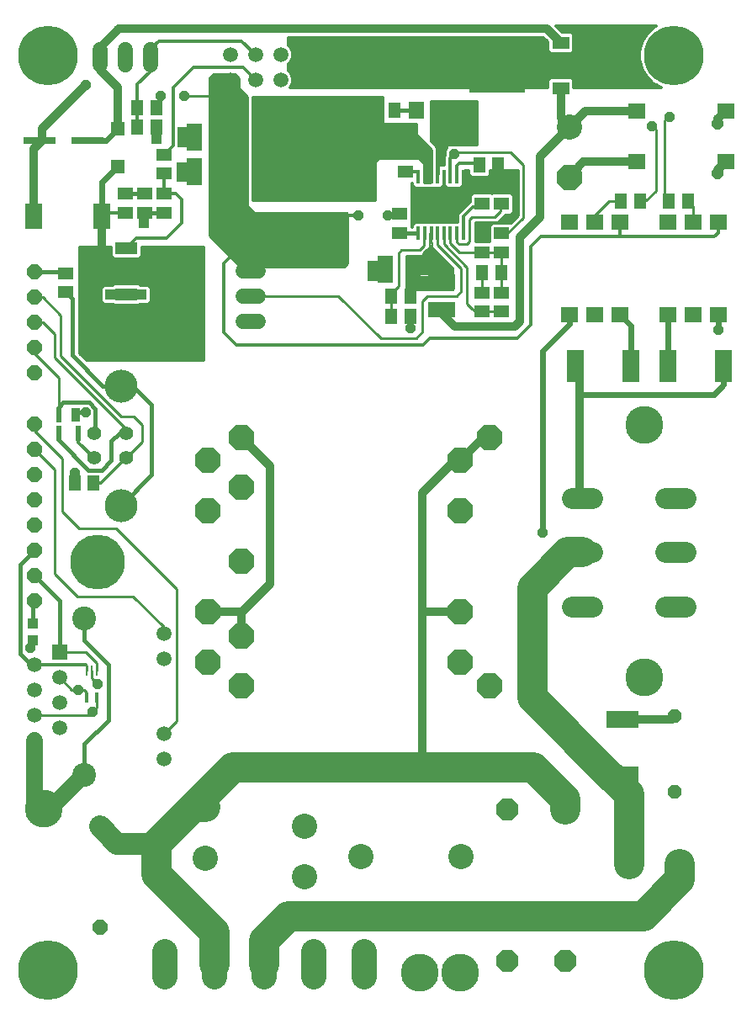
<source format=gtl>
G75*
G70*
%OFA0B0*%
%FSLAX24Y24*%
%IPPOS*%
%LPD*%
%AMOC8*
5,1,8,0,0,1.08239X$1,22.5*
%
%ADD10C,0.1000*%
%ADD11OC8,0.1000*%
%ADD12R,0.0669X0.0591*%
%ADD13R,0.0591X0.0512*%
%ADD14R,0.0512X0.0591*%
%ADD15R,0.0551X0.0551*%
%ADD16R,0.0140X0.0560*%
%ADD17R,0.0800X0.0800*%
%ADD18OC8,0.1181*%
%ADD19R,0.0630X0.1063*%
%ADD20R,0.2165X0.1969*%
%ADD21C,0.0594*%
%ADD22C,0.1000*%
%ADD23OC8,0.0885*%
%ADD24R,0.0630X0.0710*%
%ADD25R,0.1063X0.0630*%
%ADD26C,0.0825*%
%ADD27R,0.0709X0.1260*%
%ADD28R,0.1260X0.0709*%
%ADD29OC8,0.0560*%
%ADD30OC8,0.0760*%
%ADD31C,0.1502*%
%ADD32R,0.0701X0.0598*%
%ADD33R,0.0709X0.0984*%
%ADD34C,0.0594*%
%ADD35R,0.0880X0.0480*%
%ADD36R,0.0866X0.1417*%
%ADD37C,0.0560*%
%ADD38C,0.1306*%
%ADD39OC8,0.0594*%
%ADD40R,0.0594X0.0594*%
%ADD41C,0.0945*%
%ADD42R,0.0433X0.0394*%
%ADD43R,0.1280X0.0300*%
%ADD44R,0.0100X0.0440*%
%ADD45R,0.0120X0.0440*%
%ADD46R,0.0370X0.0520*%
%ADD47R,0.0220X0.0620*%
%ADD48OC8,0.0600*%
%ADD49R,0.2244X0.2165*%
%ADD50R,0.0669X0.0512*%
%ADD51C,0.1200*%
%ADD52C,0.0320*%
%ADD53C,0.0860*%
%ADD54C,0.0100*%
%ADD55C,0.0070*%
%ADD56C,0.0140*%
%ADD57C,0.0120*%
%ADD58R,0.0396X0.0396*%
%ADD59C,0.0160*%
%ADD60OC8,0.0396*%
%ADD61C,0.2362*%
%ADD62C,0.0240*%
%ADD63C,0.1500*%
%ADD64C,0.0660*%
%ADD65C,0.0200*%
%ADD66OC8,0.0436*%
%ADD67C,0.2165*%
D10*
X015587Y011426D03*
X015587Y013451D03*
X019524Y012703D03*
X019524Y010678D03*
X021756Y011487D03*
X025693Y011487D03*
X030015Y040403D03*
D11*
X030015Y038403D03*
X026852Y028098D03*
X025681Y027177D03*
X025681Y025177D03*
X025681Y021177D03*
X025681Y019177D03*
X026852Y018256D03*
X017009Y018256D03*
X015681Y019177D03*
X017009Y020224D03*
X015681Y021177D03*
X017009Y023177D03*
X015681Y025177D03*
X017009Y026130D03*
X015681Y027177D03*
X017009Y028098D03*
D12*
X032659Y039023D03*
X032659Y041031D03*
X036202Y041031D03*
X036202Y039023D03*
D13*
X027306Y038101D03*
X027306Y037353D03*
X026531Y037353D03*
X026531Y038101D03*
X026531Y036176D03*
X026531Y035428D03*
X027306Y035428D03*
X027306Y036176D03*
X027306Y033826D03*
X027306Y033078D03*
X026531Y033078D03*
X026531Y033826D03*
X023281Y036203D03*
X023281Y036951D03*
X023506Y038628D03*
X023506Y039376D03*
X013956Y039301D03*
X013956Y038553D03*
X013956Y037751D03*
X013956Y037003D03*
X013181Y037003D03*
X013181Y037751D03*
X012406Y037751D03*
X012406Y037003D03*
X010031Y034601D03*
X010031Y033853D03*
D14*
X012882Y040377D03*
X013630Y040377D03*
X013630Y041152D03*
X012882Y041152D03*
X022332Y041052D03*
X023080Y041052D03*
X026432Y038902D03*
X027180Y038902D03*
X027295Y034627D03*
X026547Y034627D03*
X023705Y033677D03*
X022957Y033677D03*
X022957Y032902D03*
X023705Y032902D03*
X032057Y037452D03*
X032805Y037452D03*
X033957Y037452D03*
X034705Y037452D03*
X011155Y026277D03*
X010407Y026277D03*
D15*
X012106Y038829D03*
X012106Y040325D03*
X023458Y040177D03*
X024954Y040177D03*
D16*
X025036Y038422D03*
X025286Y038422D03*
X025546Y038422D03*
X025806Y038422D03*
X024776Y038422D03*
X024526Y038422D03*
X024266Y038422D03*
X024006Y038422D03*
X024006Y036182D03*
X024266Y036182D03*
X024526Y036182D03*
X024776Y036182D03*
X025036Y036182D03*
X025286Y036182D03*
X025546Y036182D03*
X025806Y036182D03*
D17*
X024906Y037302D03*
D18*
X024906Y037302D03*
D19*
X023807Y034752D03*
X022704Y034752D03*
X016257Y038627D03*
X015154Y038627D03*
X015154Y040002D03*
X016257Y040002D03*
D20*
X020181Y039400D03*
X020181Y036054D03*
D21*
X017677Y034702D02*
X017084Y034702D01*
X017084Y033702D02*
X017677Y033702D01*
X017677Y032702D02*
X017084Y032702D01*
X013406Y042855D02*
X013406Y043449D01*
X012406Y043449D02*
X012406Y042855D01*
X011406Y042855D02*
X011406Y043449D01*
D22*
X013985Y007734D02*
X013985Y006734D01*
X015953Y006734D02*
X015953Y007734D01*
X017922Y007734D02*
X017922Y006734D01*
X019890Y006734D02*
X019890Y007734D01*
X021859Y007734D02*
X021859Y006734D01*
D23*
X027535Y007362D03*
X029841Y007362D03*
X029841Y013362D03*
X027535Y013362D03*
D24*
X025065Y041052D03*
X023946Y041052D03*
D25*
X024931Y034253D03*
X024931Y033151D03*
D26*
X030093Y025702D02*
X030918Y025702D01*
X030918Y023552D02*
X030093Y023552D01*
X030093Y021402D02*
X030918Y021402D01*
X033793Y021402D02*
X034618Y021402D01*
X034618Y023552D02*
X033793Y023552D01*
X033793Y025702D02*
X034618Y025702D01*
D27*
X033903Y030927D03*
X032433Y030927D03*
X030228Y030927D03*
X036108Y030927D03*
D28*
X032106Y016930D03*
X032106Y014725D03*
D29*
X034181Y014052D03*
X034181Y017052D03*
D30*
X034381Y011202D03*
X032381Y011202D03*
D31*
X032981Y018577D03*
X032981Y028577D03*
D32*
X033906Y032948D03*
X034906Y032948D03*
X035906Y032948D03*
X035906Y036606D03*
X034906Y036606D03*
X033906Y036606D03*
X032006Y036606D03*
X031006Y036606D03*
X030006Y036606D03*
X030006Y032948D03*
X031006Y032948D03*
X032006Y032948D03*
D33*
X011489Y036852D03*
X008772Y036852D03*
D34*
X016568Y042246D03*
X016568Y043246D03*
X017568Y043246D03*
X017568Y042246D03*
X018568Y042246D03*
X018568Y043246D03*
X013925Y020322D03*
X013925Y019322D03*
X013925Y016342D03*
X013925Y015342D03*
X009807Y016582D03*
X009807Y017582D03*
X009807Y018582D03*
X008807Y019082D03*
X008807Y018082D03*
X008807Y017082D03*
X008807Y016082D03*
D35*
X012435Y033767D03*
X012435Y034677D03*
X012435Y035587D03*
D36*
X014876Y034677D03*
D37*
X012429Y028260D03*
X012429Y027276D03*
X011170Y027276D03*
X011170Y028260D03*
D38*
X012233Y030138D03*
X012233Y025398D03*
D39*
X008806Y025627D03*
X008806Y024627D03*
X008806Y023627D03*
X008806Y022627D03*
X008806Y021627D03*
X008806Y026627D03*
X008806Y027627D03*
X008806Y028627D03*
X008806Y030652D03*
X008806Y031652D03*
X008806Y032652D03*
X008806Y033652D03*
X008806Y034652D03*
D40*
X009807Y019582D03*
D41*
X010775Y020932D03*
X010775Y014731D03*
D42*
X008756Y020043D03*
X008756Y020712D03*
D43*
X009006Y039852D03*
X010906Y039852D03*
D44*
X010881Y018867D03*
X011081Y018867D03*
X011281Y018867D03*
D45*
X011281Y017787D03*
X010881Y017787D03*
D46*
X010456Y029002D03*
D47*
X009776Y029002D03*
X009776Y028252D03*
X010536Y028252D03*
D48*
X011406Y012677D03*
X011406Y008677D03*
D49*
X027132Y042827D03*
D50*
X029667Y041928D03*
X029667Y043727D03*
D51*
X029956Y023552D02*
X030506Y023552D01*
X029956Y023552D02*
X028531Y022127D01*
X028531Y017777D01*
X031681Y014627D01*
X031702Y014630D02*
X032381Y013951D01*
X032381Y011202D01*
X034381Y010577D02*
X032931Y009127D01*
X018881Y009127D01*
X017922Y008169D01*
X017922Y007234D01*
X015953Y007234D02*
X015953Y008479D01*
X013656Y010777D01*
X013656Y012002D01*
X015105Y013451D01*
X016681Y015027D01*
X024156Y015027D01*
X028581Y015027D01*
X029841Y013767D01*
X029841Y013362D01*
X034381Y011202D02*
X034381Y010577D01*
X015587Y013451D02*
X015105Y013451D01*
D52*
X017009Y020224D02*
X017009Y021152D01*
X016984Y021177D01*
X015681Y021177D01*
X017009Y021156D02*
X018156Y022302D01*
X018156Y026952D01*
X017009Y028098D01*
X014876Y034677D02*
X012435Y034677D01*
X012031Y034677D01*
X011481Y035227D01*
X011481Y036827D01*
X012380Y036977D02*
X012406Y037003D01*
X012106Y040325D02*
X012106Y040327D01*
X012106Y041952D01*
X011406Y042652D01*
X011406Y043152D01*
X011406Y043527D01*
X012156Y044277D01*
X029117Y044277D01*
X029667Y043727D01*
X029667Y041928D02*
X029667Y040751D01*
X030015Y040403D01*
X030015Y040387D01*
X028856Y039227D01*
X028856Y036827D01*
X028056Y036027D01*
X028056Y032702D01*
X027831Y032477D01*
X025481Y032477D01*
X024856Y033102D01*
X024931Y033202D01*
X024931Y033151D01*
X026602Y028098D02*
X025681Y027177D01*
X025465Y027177D01*
X024190Y025902D01*
X024190Y021102D01*
X024265Y021177D01*
X025681Y021177D01*
X024190Y021102D02*
X024190Y015061D01*
X024156Y015027D01*
X017009Y021152D02*
X017009Y021156D01*
X026602Y028098D02*
X026852Y028098D01*
X030406Y029752D02*
X030406Y025802D01*
X030506Y025702D01*
X030406Y029752D02*
X030406Y030750D01*
X030228Y030927D01*
X030015Y038403D02*
X030536Y039023D01*
X032659Y039023D01*
X032659Y041031D02*
X030644Y041031D01*
X030015Y040403D01*
X035881Y040527D02*
X035881Y040710D01*
X036202Y041031D01*
X036202Y039023D02*
X035881Y038702D01*
X035881Y038552D01*
X020181Y039400D02*
X020054Y039400D01*
X010831Y042052D02*
X009106Y040327D01*
X009106Y039852D01*
X008772Y039519D01*
X008772Y036852D01*
X009006Y039852D02*
X009106Y039852D01*
X031681Y014627D02*
X031702Y014630D01*
X032106Y014677D01*
X032106Y014725D01*
X032106Y016930D02*
X034058Y016930D01*
X034181Y017052D01*
D53*
X013656Y012002D02*
X012081Y012002D01*
X011406Y012677D01*
D54*
X013931Y016352D02*
X014431Y016852D01*
X014431Y022077D01*
X012031Y024477D01*
X010581Y024477D01*
X009906Y025152D01*
X009906Y027252D01*
X008806Y028352D01*
X008806Y028627D01*
X008806Y027627D02*
X009606Y026827D01*
X009606Y022702D01*
X010506Y021802D01*
X012706Y021802D01*
X013925Y020583D01*
X013925Y020322D01*
X011281Y019152D02*
X011281Y018867D01*
X011081Y018867D02*
X011081Y018552D01*
X011306Y018327D01*
X010881Y018002D02*
X010781Y018102D01*
X010531Y018102D01*
X010286Y018102D01*
X009807Y018582D01*
X009807Y019582D02*
X010851Y019582D01*
X011281Y019152D01*
X010881Y019052D02*
X010881Y018867D01*
X010881Y019052D02*
X010856Y019077D01*
X010881Y018002D02*
X010881Y017787D01*
X011281Y017787D02*
X011281Y017402D01*
X011106Y017227D01*
X010960Y017082D01*
X008807Y017082D01*
X010407Y026277D02*
X010407Y026676D01*
X010406Y026677D01*
X010536Y028035D02*
X010536Y028252D01*
X009776Y029002D02*
X009776Y029122D01*
X009781Y029127D02*
X009781Y030452D01*
X008806Y031427D01*
X008806Y031652D01*
X009606Y031252D02*
X012429Y028428D01*
X012429Y028260D01*
X012256Y028927D02*
X012731Y028927D01*
X013081Y028577D01*
X013081Y027927D01*
X012431Y027277D01*
X012256Y028927D02*
X009856Y031327D01*
X009856Y032927D01*
X009131Y033652D01*
X008806Y033652D01*
X008806Y032652D02*
X009156Y032652D01*
X009606Y032202D01*
X009606Y031252D01*
X010581Y031431D02*
X010581Y035652D01*
X011826Y035652D01*
X011826Y035277D01*
X011925Y035177D01*
X012946Y035177D01*
X013045Y035277D01*
X013045Y035652D01*
X015506Y035652D01*
X015506Y031152D01*
X010859Y031152D01*
X010581Y031431D01*
X015506Y031431D01*
X015506Y031333D02*
X010679Y031333D01*
X010777Y031234D02*
X015506Y031234D01*
X015506Y031530D02*
X010581Y031530D01*
X010581Y031628D02*
X015506Y031628D01*
X015506Y031727D02*
X010581Y031727D01*
X010581Y031825D02*
X015506Y031825D01*
X015506Y031924D02*
X010581Y031924D01*
X010581Y032022D02*
X015506Y032022D01*
X015506Y032121D02*
X010581Y032121D01*
X010581Y032219D02*
X015506Y032219D01*
X015506Y032318D02*
X010581Y032318D01*
X010581Y032416D02*
X015506Y032416D01*
X015506Y032515D02*
X010581Y032515D01*
X010581Y032613D02*
X015506Y032613D01*
X015506Y032712D02*
X010581Y032712D01*
X010581Y032810D02*
X015506Y032810D01*
X015506Y032909D02*
X010581Y032909D01*
X010581Y033007D02*
X015506Y033007D01*
X015506Y033106D02*
X010581Y033106D01*
X010581Y033204D02*
X015506Y033204D01*
X015506Y033303D02*
X010581Y033303D01*
X010581Y033401D02*
X011520Y033401D01*
X011537Y033384D02*
X011898Y033384D01*
X011925Y033357D01*
X012946Y033357D01*
X012973Y033384D01*
X013299Y033384D01*
X013399Y033484D01*
X013399Y034021D01*
X013299Y034120D01*
X013003Y034120D01*
X012946Y034177D01*
X011925Y034177D01*
X011868Y034120D01*
X011537Y034120D01*
X011437Y034021D01*
X011437Y033484D01*
X011537Y033384D01*
X011437Y033500D02*
X010581Y033500D01*
X010581Y033598D02*
X011437Y033598D01*
X011437Y033697D02*
X010581Y033697D01*
X010581Y033795D02*
X011437Y033795D01*
X011437Y033894D02*
X010581Y033894D01*
X010581Y033992D02*
X011437Y033992D01*
X011508Y034091D02*
X010581Y034091D01*
X010581Y034189D02*
X015506Y034189D01*
X015506Y034091D02*
X013329Y034091D01*
X013399Y033992D02*
X015506Y033992D01*
X015506Y033894D02*
X013399Y033894D01*
X013399Y033795D02*
X015506Y033795D01*
X015506Y033697D02*
X013399Y033697D01*
X013399Y033598D02*
X015506Y033598D01*
X015506Y033500D02*
X013399Y033500D01*
X013316Y033401D02*
X015506Y033401D01*
X015506Y034288D02*
X010581Y034288D01*
X010581Y034386D02*
X015506Y034386D01*
X015506Y034485D02*
X010581Y034485D01*
X010581Y034583D02*
X015506Y034583D01*
X015506Y034682D02*
X010581Y034682D01*
X010581Y034780D02*
X015506Y034780D01*
X015506Y034879D02*
X010581Y034879D01*
X010581Y034977D02*
X015506Y034977D01*
X015506Y035076D02*
X010581Y035076D01*
X010581Y035174D02*
X015506Y035174D01*
X015506Y035273D02*
X013042Y035273D01*
X013045Y035371D02*
X015506Y035371D01*
X015506Y035470D02*
X013045Y035470D01*
X013045Y035568D02*
X015506Y035568D01*
X015871Y035962D02*
X021206Y035962D01*
X021206Y035864D02*
X015969Y035864D01*
X016068Y035765D02*
X021206Y035765D01*
X021206Y035667D02*
X016166Y035667D01*
X016265Y035568D02*
X021206Y035568D01*
X021206Y035470D02*
X016363Y035470D01*
X016462Y035371D02*
X021206Y035371D01*
X021206Y035273D02*
X016560Y035273D01*
X016659Y035174D02*
X021206Y035174D01*
X021206Y035076D02*
X016757Y035076D01*
X016856Y034977D02*
X021206Y034977D01*
X021081Y034852D01*
X016981Y034852D01*
X015756Y036077D01*
X015756Y042352D01*
X015906Y042502D01*
X016731Y042502D01*
X016906Y042327D01*
X016906Y041927D01*
X017231Y041602D01*
X017231Y037252D01*
X017506Y036977D01*
X021056Y036977D01*
X021206Y036827D01*
X021206Y034977D01*
X021107Y034879D02*
X016954Y034879D01*
X017381Y033702D02*
X020856Y033702D01*
X022531Y032027D01*
X023931Y032027D01*
X024181Y032277D01*
X024181Y033502D01*
X024381Y033702D01*
X025531Y033702D01*
X025706Y033877D01*
X025706Y034777D01*
X024776Y035707D01*
X024776Y036182D01*
X024781Y036182D01*
X025036Y036182D02*
X025036Y035747D01*
X025956Y034827D01*
X025956Y033402D01*
X026155Y033203D01*
X026156Y033202D02*
X026280Y033078D01*
X026531Y033078D01*
X027306Y033078D01*
X027306Y033826D02*
X027306Y034651D01*
X027295Y034627D01*
X027306Y034703D01*
X027306Y035428D01*
X026531Y035428D01*
X025655Y035428D01*
X025286Y035797D01*
X025286Y036182D01*
X025546Y036182D02*
X025546Y035837D01*
X025631Y035752D01*
X025956Y035752D01*
X026056Y035852D01*
X026056Y036727D01*
X026156Y036827D01*
X027056Y036827D01*
X027281Y037052D01*
X027306Y037353D01*
X027474Y036927D02*
X027671Y036927D01*
X027771Y037027D01*
X027771Y037679D01*
X027671Y037779D01*
X026940Y037779D01*
X026918Y037757D01*
X026896Y037779D01*
X026165Y037779D01*
X026065Y037679D01*
X026065Y037437D01*
X025951Y037322D01*
X025576Y036947D01*
X023756Y036947D01*
X023756Y036849D02*
X025576Y036849D01*
X025576Y036947D02*
X025576Y036632D01*
X023865Y036632D01*
X023766Y036533D01*
X023766Y036427D01*
X023756Y036427D01*
X023756Y038177D01*
X023766Y038177D01*
X023766Y038072D01*
X023865Y037972D01*
X024916Y037972D01*
X025016Y038072D01*
X025016Y038177D01*
X025046Y038177D01*
X025046Y038072D01*
X025145Y037972D01*
X025686Y037972D01*
X025786Y038072D01*
X025786Y038177D01*
X025856Y038177D01*
X025856Y038677D01*
X026006Y038677D01*
X026006Y038536D01*
X026105Y038437D01*
X026758Y038437D01*
X026857Y038536D01*
X026857Y038677D01*
X027961Y038677D01*
X027961Y036893D01*
X027669Y036602D01*
X026940Y036602D01*
X026840Y036503D01*
X026840Y035854D01*
X026276Y035854D01*
X026276Y036607D01*
X027147Y036607D01*
X027276Y036736D01*
X027430Y036890D01*
X027474Y036927D01*
X027388Y036849D02*
X027916Y036849D01*
X027961Y036947D02*
X027691Y036947D01*
X027771Y037046D02*
X027961Y037046D01*
X027961Y037144D02*
X027771Y037144D01*
X027771Y037243D02*
X027961Y037243D01*
X027961Y037341D02*
X027771Y037341D01*
X027771Y037440D02*
X027961Y037440D01*
X027961Y037538D02*
X027771Y037538D01*
X027771Y037637D02*
X027961Y037637D01*
X027961Y037735D02*
X027715Y037735D01*
X027961Y037834D02*
X023756Y037834D01*
X023756Y037932D02*
X027961Y037932D01*
X027961Y038031D02*
X025745Y038031D01*
X025786Y038129D02*
X027961Y038129D01*
X027961Y038228D02*
X025856Y038228D01*
X025856Y038326D02*
X027961Y038326D01*
X027961Y038425D02*
X025856Y038425D01*
X025856Y038523D02*
X026019Y038523D01*
X026006Y038622D02*
X025856Y038622D01*
X025456Y039302D02*
X025556Y039402D01*
X027681Y039402D01*
X028181Y038902D01*
X028181Y036802D01*
X027556Y036177D01*
X027356Y036177D01*
X027331Y036152D01*
X026891Y036553D02*
X026276Y036553D01*
X026276Y036455D02*
X026840Y036455D01*
X026840Y036356D02*
X026276Y036356D01*
X026276Y036258D02*
X026840Y036258D01*
X026840Y036159D02*
X026276Y036159D01*
X026276Y036061D02*
X026840Y036061D01*
X026840Y035962D02*
X026276Y035962D01*
X026276Y035864D02*
X026840Y035864D01*
X027191Y036652D02*
X027719Y036652D01*
X027818Y036750D02*
X027290Y036750D01*
X027276Y036736D02*
X027276Y036736D01*
X026121Y037735D02*
X023756Y037735D01*
X023756Y037637D02*
X026065Y037637D01*
X026065Y037538D02*
X023756Y037538D01*
X023756Y037440D02*
X026065Y037440D01*
X025969Y037341D02*
X023756Y037341D01*
X023756Y037243D02*
X025871Y037243D01*
X025772Y037144D02*
X023756Y037144D01*
X023756Y037046D02*
X025674Y037046D01*
X025576Y036750D02*
X023756Y036750D01*
X023756Y036652D02*
X025576Y036652D01*
X024266Y036182D02*
X024256Y036182D01*
X024256Y035702D01*
X024081Y035527D01*
X023356Y035527D01*
X023231Y035402D01*
X023231Y034077D01*
X022957Y033803D01*
X022957Y033677D01*
X022957Y032902D01*
X023705Y032902D02*
X023706Y032901D01*
X023706Y032427D01*
X022704Y034752D02*
X022579Y034877D01*
X022206Y034877D01*
X021206Y036061D02*
X015772Y036061D01*
X015756Y036159D02*
X021206Y036159D01*
X021206Y036258D02*
X015756Y036258D01*
X015756Y036356D02*
X021206Y036356D01*
X021206Y036455D02*
X015756Y036455D01*
X015756Y036553D02*
X021206Y036553D01*
X021206Y036652D02*
X015756Y036652D01*
X015756Y036750D02*
X021206Y036750D01*
X021184Y036849D02*
X015756Y036849D01*
X015756Y036947D02*
X021085Y036947D01*
X022306Y037477D02*
X017456Y037477D01*
X017456Y041602D01*
X022606Y041602D01*
X022606Y040527D01*
X023931Y040527D01*
X023931Y040102D01*
X024531Y039502D01*
X024531Y038977D01*
X024506Y038952D01*
X024506Y038202D01*
X024256Y038202D01*
X024256Y038952D01*
X024056Y039152D01*
X022431Y039152D01*
X022306Y039027D01*
X022306Y037477D01*
X022306Y037538D02*
X017456Y037538D01*
X017456Y037637D02*
X022306Y037637D01*
X022306Y037735D02*
X017456Y037735D01*
X017456Y037834D02*
X022306Y037834D01*
X022306Y037932D02*
X017456Y037932D01*
X017456Y038031D02*
X022306Y038031D01*
X022306Y038129D02*
X017456Y038129D01*
X017456Y038228D02*
X022306Y038228D01*
X022306Y038326D02*
X017456Y038326D01*
X017456Y038425D02*
X022306Y038425D01*
X022306Y038523D02*
X017456Y038523D01*
X017456Y038622D02*
X022306Y038622D01*
X022306Y038720D02*
X017456Y038720D01*
X017456Y038819D02*
X022306Y038819D01*
X022306Y038917D02*
X017456Y038917D01*
X017456Y039016D02*
X022306Y039016D01*
X022393Y039114D02*
X017456Y039114D01*
X017456Y039213D02*
X024531Y039213D01*
X024531Y039311D02*
X017456Y039311D01*
X017456Y039410D02*
X024531Y039410D01*
X024524Y039508D02*
X017456Y039508D01*
X017456Y039607D02*
X024426Y039607D01*
X024327Y039705D02*
X017456Y039705D01*
X017456Y039804D02*
X024229Y039804D01*
X024130Y039902D02*
X017456Y039902D01*
X017456Y040001D02*
X024032Y040001D01*
X023933Y040099D02*
X017456Y040099D01*
X017456Y040198D02*
X023931Y040198D01*
X023931Y040296D02*
X017456Y040296D01*
X017456Y040395D02*
X023931Y040395D01*
X023931Y040493D02*
X017456Y040493D01*
X017456Y040592D02*
X022606Y040592D01*
X022606Y040690D02*
X017456Y040690D01*
X017456Y040789D02*
X022606Y040789D01*
X022606Y040887D02*
X017456Y040887D01*
X017456Y040986D02*
X022606Y040986D01*
X022606Y041084D02*
X017456Y041084D01*
X017456Y041183D02*
X022606Y041183D01*
X022606Y041281D02*
X017456Y041281D01*
X017456Y041380D02*
X022606Y041380D01*
X022606Y041478D02*
X017456Y041478D01*
X017456Y041577D02*
X022606Y041577D01*
X024506Y041427D02*
X024506Y039852D01*
X024756Y039602D01*
X024756Y038783D01*
X024766Y038773D01*
X024766Y038527D01*
X024796Y038527D01*
X024796Y038773D01*
X024806Y038783D01*
X024806Y038852D01*
X024856Y038902D01*
X025046Y038902D01*
X025046Y039205D01*
X025082Y039293D01*
X025087Y039298D01*
X025087Y039480D01*
X025156Y039548D01*
X025156Y039702D01*
X026356Y039702D01*
X026356Y041427D01*
X024506Y041427D01*
X024506Y041380D02*
X026356Y041380D01*
X026356Y041281D02*
X024506Y041281D01*
X024506Y041183D02*
X026356Y041183D01*
X026356Y041084D02*
X024506Y041084D01*
X024506Y040986D02*
X026356Y040986D01*
X026356Y040887D02*
X024506Y040887D01*
X024506Y040789D02*
X026356Y040789D01*
X026356Y040690D02*
X024506Y040690D01*
X024506Y040592D02*
X026356Y040592D01*
X026356Y040493D02*
X024506Y040493D01*
X024506Y040395D02*
X026356Y040395D01*
X026356Y040296D02*
X024506Y040296D01*
X024506Y040198D02*
X026356Y040198D01*
X026356Y040099D02*
X024506Y040099D01*
X024506Y040001D02*
X026356Y040001D01*
X026356Y039902D02*
X024506Y039902D01*
X024554Y039804D02*
X026356Y039804D01*
X026356Y039705D02*
X024652Y039705D01*
X024751Y039607D02*
X025156Y039607D01*
X025116Y039508D02*
X024756Y039508D01*
X024756Y039410D02*
X025087Y039410D01*
X025087Y039311D02*
X024756Y039311D01*
X024756Y039213D02*
X025049Y039213D01*
X025046Y039114D02*
X024756Y039114D01*
X024756Y039016D02*
X025046Y039016D01*
X025046Y038917D02*
X024756Y038917D01*
X024756Y038819D02*
X024806Y038819D01*
X024796Y038720D02*
X024766Y038720D01*
X024766Y038622D02*
X024796Y038622D01*
X024506Y038622D02*
X024256Y038622D01*
X024256Y038720D02*
X024506Y038720D01*
X024506Y038819D02*
X024256Y038819D01*
X024256Y038917D02*
X024506Y038917D01*
X024531Y039016D02*
X024192Y039016D01*
X024093Y039114D02*
X024531Y039114D01*
X024506Y038523D02*
X024256Y038523D01*
X024256Y038425D02*
X024506Y038425D01*
X024506Y038326D02*
X024256Y038326D01*
X024256Y038228D02*
X024506Y038228D01*
X024975Y038031D02*
X025087Y038031D01*
X025046Y038129D02*
X025016Y038129D01*
X023807Y038031D02*
X023756Y038031D01*
X023756Y038129D02*
X023766Y038129D01*
X023756Y036553D02*
X023786Y036553D01*
X023766Y036455D02*
X023756Y036455D01*
X024256Y036202D02*
X024256Y036182D01*
X026547Y034627D02*
X026557Y033902D01*
X026531Y033826D01*
X026844Y038523D02*
X027961Y038523D01*
X027961Y038622D02*
X026857Y038622D01*
X031006Y036877D02*
X031006Y036606D01*
X031006Y036877D02*
X031582Y037453D01*
X032057Y037452D01*
X032805Y037452D02*
X032831Y037478D01*
X033057Y037478D01*
X033431Y037852D01*
X033431Y040277D01*
X033281Y040427D01*
X033781Y040652D02*
X033981Y040802D01*
X033781Y040652D02*
X033781Y037627D01*
X033956Y037452D01*
X033957Y037452D01*
X034705Y037452D02*
X034906Y037251D01*
X034906Y036606D01*
X017437Y037046D02*
X015756Y037046D01*
X015756Y037144D02*
X017338Y037144D01*
X017240Y037243D02*
X015756Y037243D01*
X015756Y037341D02*
X017231Y037341D01*
X017231Y037440D02*
X015756Y037440D01*
X015756Y037538D02*
X017231Y037538D01*
X017231Y037637D02*
X015756Y037637D01*
X015756Y037735D02*
X017231Y037735D01*
X017231Y037834D02*
X015756Y037834D01*
X015756Y037932D02*
X017231Y037932D01*
X017231Y038031D02*
X015756Y038031D01*
X015756Y038129D02*
X017231Y038129D01*
X017231Y038228D02*
X015756Y038228D01*
X015756Y038326D02*
X017231Y038326D01*
X017231Y038425D02*
X015756Y038425D01*
X015756Y038523D02*
X017231Y038523D01*
X017231Y038622D02*
X015756Y038622D01*
X015756Y038720D02*
X017231Y038720D01*
X017231Y038819D02*
X015756Y038819D01*
X015756Y038917D02*
X017231Y038917D01*
X017231Y039016D02*
X015756Y039016D01*
X015756Y039114D02*
X017231Y039114D01*
X017231Y039213D02*
X015756Y039213D01*
X015756Y039311D02*
X017231Y039311D01*
X017231Y039410D02*
X015756Y039410D01*
X015756Y039508D02*
X017231Y039508D01*
X017231Y039607D02*
X015756Y039607D01*
X015756Y039705D02*
X017231Y039705D01*
X017231Y039804D02*
X015756Y039804D01*
X015756Y039902D02*
X017231Y039902D01*
X017231Y040001D02*
X015756Y040001D01*
X015756Y040099D02*
X017231Y040099D01*
X017231Y040198D02*
X015756Y040198D01*
X015756Y040296D02*
X017231Y040296D01*
X017231Y040395D02*
X015756Y040395D01*
X015756Y040493D02*
X017231Y040493D01*
X017231Y040592D02*
X015756Y040592D01*
X015756Y040690D02*
X017231Y040690D01*
X017231Y040789D02*
X015756Y040789D01*
X015756Y040887D02*
X017231Y040887D01*
X017231Y040986D02*
X015756Y040986D01*
X015756Y041084D02*
X017231Y041084D01*
X017231Y041183D02*
X015756Y041183D01*
X015756Y041281D02*
X017231Y041281D01*
X017231Y041380D02*
X015756Y041380D01*
X015756Y041478D02*
X017231Y041478D01*
X017231Y041577D02*
X015756Y041577D01*
X015756Y041675D02*
X017157Y041675D01*
X017059Y041774D02*
X015756Y041774D01*
X015756Y041872D02*
X016960Y041872D01*
X016906Y041971D02*
X015756Y041971D01*
X015756Y042069D02*
X016906Y042069D01*
X016906Y042168D02*
X015756Y042168D01*
X015756Y042266D02*
X016906Y042266D01*
X016868Y042365D02*
X015768Y042365D01*
X015867Y042463D02*
X016769Y042463D01*
X015906Y041627D02*
X014731Y041627D01*
X013806Y041627D02*
X013806Y041152D01*
X013630Y041152D01*
X011826Y035568D02*
X010581Y035568D01*
X010581Y035470D02*
X011826Y035470D01*
X011826Y035371D02*
X010581Y035371D01*
X010581Y035273D02*
X011829Y035273D01*
D55*
X023531Y035277D02*
X023531Y033927D01*
X025406Y033927D01*
X025406Y034787D01*
X024571Y035622D01*
X024571Y035818D01*
X024551Y035838D01*
X024551Y036177D01*
X024491Y036177D01*
X024491Y035838D01*
X024461Y035808D01*
X024461Y035617D01*
X024286Y035442D01*
X024206Y035362D01*
X024831Y035362D01*
X024763Y035430D02*
X024274Y035430D01*
X024206Y035362D02*
X024206Y035277D01*
X023531Y035277D01*
X023531Y035225D02*
X024968Y035225D01*
X024900Y035293D02*
X024206Y035293D01*
X024342Y035499D02*
X024694Y035499D01*
X024626Y035567D02*
X024411Y035567D01*
X024461Y035636D02*
X024571Y035636D01*
X024571Y035704D02*
X024461Y035704D01*
X024461Y035773D02*
X024571Y035773D01*
X024551Y035841D02*
X024491Y035841D01*
X024491Y035910D02*
X024551Y035910D01*
X024551Y035978D02*
X024491Y035978D01*
X024491Y036047D02*
X024551Y036047D01*
X024551Y036115D02*
X024491Y036115D01*
X025037Y035156D02*
X023531Y035156D01*
X023531Y035088D02*
X025105Y035088D01*
X025174Y035019D02*
X023531Y035019D01*
X023531Y034951D02*
X025242Y034951D01*
X025311Y034882D02*
X023531Y034882D01*
X023531Y034814D02*
X025379Y034814D01*
X025406Y034745D02*
X023531Y034745D01*
X023531Y034677D02*
X025406Y034677D01*
X025406Y034608D02*
X023531Y034608D01*
X023531Y034540D02*
X025406Y034540D01*
X025406Y034471D02*
X023531Y034471D01*
X023531Y034403D02*
X025406Y034403D01*
X025406Y034334D02*
X023531Y034334D01*
X023531Y034266D02*
X025406Y034266D01*
X025406Y034197D02*
X023531Y034197D01*
X023531Y034129D02*
X025406Y034129D01*
X025406Y034060D02*
X023531Y034060D01*
X023531Y033992D02*
X025406Y033992D01*
D56*
X024006Y036182D02*
X023936Y036182D01*
X023931Y036177D01*
X024006Y038422D02*
X024006Y038602D01*
X023980Y038628D01*
X023506Y038628D01*
X024266Y038422D02*
X024266Y039137D01*
X024281Y039152D01*
X024776Y038847D02*
X024856Y038927D01*
X024776Y038847D02*
X024776Y038422D01*
X025286Y038422D02*
X025286Y039157D01*
X025456Y039327D01*
D57*
X025656Y038952D02*
X026382Y038952D01*
X026432Y038902D01*
X025656Y038952D02*
X025546Y038842D01*
X025546Y038422D01*
X024526Y038422D02*
X024526Y038982D01*
X023281Y036951D02*
X022806Y036902D01*
X021631Y036902D02*
X020856Y036902D01*
X020006Y036052D01*
X019981Y036052D02*
X019956Y036027D01*
X019931Y036052D01*
X020181Y036054D01*
X019956Y036027D02*
X019406Y035477D01*
X019206Y035477D01*
X019231Y035452D01*
X016731Y035427D02*
X016306Y035002D01*
X016306Y032252D01*
X016806Y031752D01*
X024206Y031752D01*
X024481Y032027D01*
X027956Y032027D01*
X028481Y032552D01*
X028481Y035652D01*
X028881Y036052D01*
X032006Y036052D01*
X032006Y036606D01*
X032006Y036052D02*
X035756Y036052D01*
X035906Y036202D01*
X035906Y036602D01*
X033629Y041952D02*
X030182Y041952D01*
X030182Y042258D01*
X030076Y042363D01*
X029258Y042363D01*
X029152Y042258D01*
X029152Y041952D01*
X018948Y041952D01*
X018972Y041976D01*
X019045Y042152D01*
X019045Y042341D01*
X018972Y042517D01*
X018881Y042608D01*
X018881Y042885D01*
X018972Y042976D01*
X019045Y043152D01*
X019045Y043341D01*
X018972Y043517D01*
X018881Y043608D01*
X018881Y043937D01*
X028976Y043937D01*
X029152Y043761D01*
X029152Y043396D01*
X029258Y043291D01*
X030076Y043291D01*
X030182Y043396D01*
X030182Y044057D01*
X030076Y044163D01*
X029712Y044163D01*
X029487Y044387D01*
X033442Y044387D01*
X033311Y044312D01*
X033058Y044058D01*
X030181Y044058D01*
X030182Y043940D02*
X032989Y043940D01*
X033058Y044058D02*
X032878Y043748D01*
X032786Y043402D01*
X032786Y043043D01*
X032878Y042697D01*
X033058Y042387D01*
X033311Y042133D01*
X033621Y041954D01*
X033629Y041952D01*
X033466Y042044D02*
X030182Y042044D01*
X030182Y042162D02*
X033282Y042162D01*
X033164Y042281D02*
X030159Y042281D01*
X029175Y042281D02*
X019045Y042281D01*
X019045Y042162D02*
X029152Y042162D01*
X029152Y042044D02*
X019000Y042044D01*
X019021Y042399D02*
X033050Y042399D01*
X032982Y042518D02*
X018971Y042518D01*
X018881Y042636D02*
X032913Y042636D01*
X032863Y042755D02*
X018881Y042755D01*
X018881Y042873D02*
X032831Y042873D01*
X032799Y042992D02*
X018979Y042992D01*
X019028Y043110D02*
X032786Y043110D01*
X032786Y043229D02*
X019045Y043229D01*
X019042Y043347D02*
X029201Y043347D01*
X029152Y043466D02*
X018993Y043466D01*
X018905Y043584D02*
X029152Y043584D01*
X029152Y043703D02*
X018881Y043703D01*
X018881Y043821D02*
X029092Y043821D01*
X029579Y044295D02*
X033295Y044295D01*
X033176Y044177D02*
X029698Y044177D01*
X030182Y043821D02*
X032921Y043821D01*
X032866Y043703D02*
X030182Y043703D01*
X030182Y043584D02*
X032835Y043584D01*
X032803Y043466D02*
X030182Y043466D01*
X030133Y043347D02*
X032786Y043347D01*
X026531Y037252D02*
X026506Y037227D01*
X026181Y037227D01*
X025806Y036852D01*
X025806Y036182D01*
X017568Y042246D02*
X017062Y042752D01*
X015106Y042752D01*
X014306Y041952D01*
X014306Y039651D01*
X013956Y039301D01*
X013956Y038578D02*
X013956Y038553D01*
X013956Y037751D01*
X014407Y037751D01*
X014631Y037527D01*
X014631Y036577D01*
X014056Y036002D01*
X012851Y036002D01*
X012435Y035587D01*
X012380Y036977D02*
X011606Y036977D01*
X011481Y036852D01*
X013631Y039927D02*
X013630Y040377D01*
X012882Y040377D02*
X012882Y041152D01*
X012882Y042078D01*
X013406Y042602D01*
X013406Y043152D01*
X013406Y043477D01*
X013731Y043802D01*
X017012Y043802D01*
X017568Y043246D01*
X015154Y040002D02*
X014954Y039802D01*
X014681Y039802D01*
X015154Y038627D02*
X014979Y038427D01*
X014656Y038427D01*
X010548Y028035D02*
X010548Y027897D01*
X011170Y027276D01*
X011155Y026277D02*
X011431Y026277D01*
X012429Y027276D01*
X008756Y020043D02*
X008665Y019993D01*
X008656Y019752D01*
X008807Y019082D02*
X008811Y019077D01*
X010856Y019077D01*
D58*
X011806Y033752D03*
X013031Y033752D03*
X013156Y036577D03*
X014656Y038427D03*
X014656Y038802D03*
X014681Y039802D03*
X014681Y040177D03*
X013631Y039927D03*
X018131Y040827D03*
X018731Y040827D03*
X019331Y040827D03*
X019931Y040827D03*
X020531Y040827D03*
X021131Y040827D03*
X021731Y040827D03*
X024131Y037697D03*
X024131Y037302D03*
X024131Y036907D03*
X025681Y037377D03*
X025681Y037747D03*
X022206Y034877D03*
X022206Y034502D03*
X026356Y042102D03*
X026356Y042502D03*
X026356Y042902D03*
X026356Y043302D03*
X028356Y043302D03*
X028356Y042902D03*
X028356Y042502D03*
X028356Y042102D03*
D59*
X023946Y041052D02*
X023080Y041052D01*
X023281Y036202D02*
X023306Y036177D01*
X023931Y036177D01*
X019206Y035477D02*
X019031Y035302D01*
X013956Y037003D02*
X013181Y037003D01*
X013181Y036577D01*
X013156Y036577D01*
X013181Y037751D02*
X012406Y037751D01*
X009980Y034652D02*
X010031Y034601D01*
X009980Y034652D02*
X008806Y034652D01*
X010031Y033853D02*
X010306Y033578D01*
X010306Y031352D01*
X011520Y030138D01*
X012233Y030138D01*
X012695Y030138D01*
X013456Y029377D01*
X013456Y026621D01*
X012233Y025398D01*
X011481Y026802D02*
X010956Y026802D01*
X009776Y027982D01*
X009776Y028252D01*
X009776Y029002D02*
X009781Y029007D01*
X009781Y029127D01*
X009781Y029302D01*
X009956Y029477D01*
X010981Y029477D01*
X011220Y029238D01*
X011220Y028310D01*
X011170Y028260D01*
X010548Y028035D02*
X010536Y028035D01*
X010456Y029002D02*
X010531Y029077D01*
X010831Y029077D01*
X011856Y027952D02*
X012163Y028260D01*
X012429Y028260D01*
X011856Y027952D02*
X011856Y027177D01*
X011481Y026802D01*
X008806Y023627D02*
X008231Y023052D01*
X008231Y019527D01*
X008676Y019082D01*
X008807Y019082D01*
X009807Y019582D02*
X009807Y021626D01*
X008806Y022627D01*
X008806Y021627D02*
X008756Y021577D01*
X008756Y020712D01*
X010775Y020932D02*
X010775Y020058D01*
X011731Y019102D01*
X011731Y016902D01*
X010775Y015947D01*
X010775Y014731D01*
X012435Y033752D02*
X012435Y033767D01*
X012435Y033752D02*
X013031Y033752D01*
D60*
X010831Y029077D03*
X010406Y026677D03*
X008656Y019752D03*
X010531Y018102D03*
X011306Y018327D03*
X011106Y017227D03*
X023706Y032427D03*
X022806Y036902D03*
X021631Y036902D03*
X025456Y039327D03*
X033281Y040427D03*
X033981Y040802D03*
X035906Y032352D03*
X028931Y024327D03*
X014731Y041627D03*
X013806Y041627D03*
X010831Y042052D03*
D61*
X009344Y007002D03*
X034147Y007002D03*
X034147Y043222D03*
X009344Y043222D03*
D62*
X010906Y039852D02*
X011631Y039852D01*
X012106Y040327D01*
X012106Y038827D02*
X011489Y038210D01*
X011489Y036852D01*
X028931Y031527D02*
X028931Y024327D01*
X030406Y029752D02*
X030456Y029802D01*
X035731Y029802D01*
X036108Y030180D01*
X036108Y030927D01*
X035906Y032352D02*
X035906Y032948D01*
X033903Y032855D02*
X033903Y030927D01*
X032433Y030927D02*
X032433Y032521D01*
X032006Y032948D01*
X033881Y032877D02*
X033903Y032855D01*
X030006Y032948D02*
X030006Y032602D01*
X028931Y031527D01*
D63*
X009181Y013377D03*
X024081Y006877D03*
X025681Y006877D03*
D64*
X010775Y014731D02*
X009421Y013377D01*
X009181Y013377D01*
X008807Y013751D01*
X008807Y016082D01*
D65*
X033878Y032871D02*
X033906Y032948D01*
D66*
X035881Y038552D03*
X035881Y040527D03*
D67*
X011312Y023144D03*
M02*

</source>
